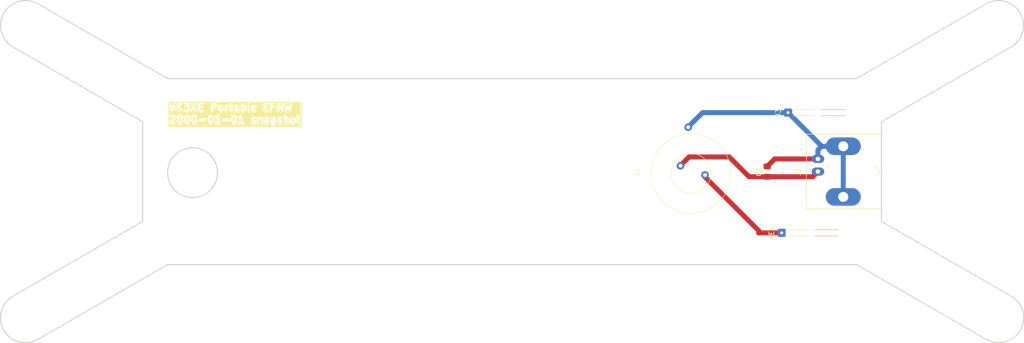
<source format=kicad_pcb>
(kicad_pcb (version 20240108) (generator "pcbnew") (generator_version "8.0")
  (title_block (title "Portable EFHW") (date "${date}") (rev "${version}") (company "VK3XE") (comment 1 "${git_hash}"))
  (layers (0 "F.Cu" signal) (31 "B.Cu" signal) (34 "B.Paste" user) (35 "F.Paste" user) (36 "B.SilkS" user "B.Silkscreen") (37 "F.SilkS" user "F.Silkscreen") (38 "B.Mask" user) (39 "F.Mask" user) (44 "Edge.Cuts" user))
  (property "date" "2000-01-01")
  (property "git_hash" "Git:snapshot")
  (property "version" "snapshot")
  (net 0 "")
  (net 1 "GND")
  (net 2 "/Antenna")
  (net 3 "/Coax Center")
  (footprint "ProjectLocal:FerriteCore" (layer "F.Cu") (at 173.99 97.155 -90)
    (property "Reference" "T1" (at 0 -0.5 -90) (layer "F.SilkS") (effects (font (thickness 0.1))))
    (property "Value" "~")
    (fp_circle (center 0.13 -11.4) (end 4.13 -11.4) (stroke (width 0.1)) (fill none) (layer "F.SilkS"))
    (fp_circle (center 0.13 -11.4) (end 8.13 -11.4) (stroke (width 0.1)) (fill none) (layer "F.SilkS"))
    (pad "1" thru_hole circle (at -9.15 -10.85 270) (size 1.524 1.524) (drill 0.762) (layers "*.Cu" "*.Mask") (net 1 "GND"))
    (pad "2" thru_hole circle (at -1.4 -9.29 270) (size 1.524 1.524) (drill 0.762) (layers "*.Cu" "*.Mask") (net 3 "/Coax Center"))
    (pad "3" thru_hole circle (at 0.45 -14.21 270) (size 1.524 1.524) (drill 0.762) (layers "*.Cu" "*.Mask") (net 2 "/Antenna"))
  )
  (footprint "Connector_Wire:SolderWire-0.1sqmm_1x01_D0.4mm_OD1mm_Relief2x" (layer "F.Cu") (at 204.845 85.09 90)
    (property "Reference" "J3" (at 0 -2 90) (layer "F.SilkS"))
    (property "Value" "Ground")
    (fp_line (start 0.61 6.61) (end 0.61 11.39) (stroke (width 0.12)) (layer "B.SilkS"))
    (fp_line (start -0.61 6.61) (end -0.61 11.39) (stroke (width 0.12)) (layer "B.SilkS"))
    (fp_line (start 0.61 1.06) (end 0.61 5.39) (stroke (width 0.12)) (layer "F.SilkS"))
    (fp_line (start -0.61 1.06) (end -0.61 5.39) (stroke (width 0.12)) (layer "F.SilkS"))
    (pad "" np_thru_hole circle (at 0 6 90) (size 1.5 1.5) (drill 1.5) (layers "*.Cu" "*.Mask"))
    (pad "" np_thru_hole circle (at 0 12 90) (size 1.5 1.5) (drill 1.5) (layers "*.Cu" "*.Mask"))
    (pad "1" thru_hole roundrect (at 0 0 90) (size 1.6 1.6) (drill 0.6) (layers "*.Cu" "*.Mask") (roundrect_rratio 0.15625) (net 1 "GND"))
  )
  (footprint "Capacitor_SMD:C_0805_2012Metric_Pad1.18x1.45mm_HandSolder" (layer "F.Cu") (at 200.66 96.92 90)
    (property "Reference" "C1" (at 0 -1.68 90) (layer "F.SilkS"))
    (property "Value" "100pF" (hide yes))
    (fp_line (start -0.261252 -0.735) (end 0.261252 -0.735) (stroke (width 0.12)) (layer "F.SilkS"))
    (fp_line (start -0.261252 0.735) (end 0.261252 0.735) (stroke (width 0.12)) (layer "F.SilkS"))
    (pad "1" smd roundrect (at -1.0375 0 90) (size 1.175 1.45) (layers "F.Cu" "F.Paste" "F.Mask") (roundrect_rratio 0.212766) (net 3 "/Coax Center"))
    (pad "2" smd roundrect (at 1.0375 0 90) (size 1.175 1.45) (layers "F.Cu" "F.Paste" "F.Mask") (roundrect_rratio 0.212766) (net 1 "GND"))
  )
  (footprint "Connector_Wire:SolderWire-0.1sqmm_1x01_D0.4mm_OD1mm_Relief2x" (layer "F.Cu") (at 203.55 109.22 90)
    (property "Reference" "AE1" (at 0 -2 90) (layer "F.SilkS"))
    (property "Value" "Antenna")
    (fp_line (start 0.61 6.61) (end 0.61 11.39) (stroke (width 0.12)) (layer "B.SilkS"))
    (fp_line (start -0.61 6.61) (end -0.61 11.39) (stroke (width 0.12)) (layer "B.SilkS"))
    (fp_line (start 0.61 1.06) (end 0.61 5.39) (stroke (width 0.12)) (layer "F.SilkS"))
    (fp_line (start -0.61 1.06) (end -0.61 5.39) (stroke (width 0.12)) (layer "F.SilkS"))
    (pad "" np_thru_hole circle (at 0 6 90) (size 1.5 1.5) (drill 1.5) (layers "*.Cu" "*.Mask"))
    (pad "" np_thru_hole circle (at 0 12 90) (size 1.5 1.5) (drill 1.5) (layers "*.Cu" "*.Mask"))
    (pad "1" thru_hole roundrect (at 0 0 90) (size 1.6 1.6) (drill 0.6) (layers "*.Cu" "*.Mask") (roundrect_rratio 0.15625) (net 2 "/Antenna"))
  )
  (footprint "Connector_Coaxial:BNC_Amphenol_B6252HB-NPP3G-50_Horizontal" (layer "F.Cu") (at 210.82 96.92 -90)
    (property "Reference" "J1" (at 0 4 90) (layer "F.SilkS"))
    (property "Value" "Conn_Coaxial" (hide yes))
    (fp_line (start -7.5 2.3) (end -7.5 -12.7) (stroke (width 0.12)) (layer "F.SilkS"))
    (fp_line (start 7.5 2.3) (end -7.5 2.3) (stroke (width 0.12)) (layer "F.SilkS"))
    (fp_line (start 0 -12.5) (end -1 -11.5) (stroke (width 0.12)) (layer "F.SilkS"))
    (fp_line (start 0 -12.5) (end 1 -11.5) (stroke (width 0.12)) (layer "F.SilkS"))
    (fp_line (start -7.5 -12.7) (end 7.5 -12.7) (stroke (width 0.12)) (layer "F.SilkS"))
    (fp_line (start 7.5 -12.7) (end 7.5 2.3) (stroke (width 0.12)) (layer "F.SilkS"))
    (pad "1" thru_hole oval (at 0 0 270) (size 1.6 2.5) (drill 0.89) (layers "*.Cu" "*.Mask") (net 3 "/Coax Center"))
    (pad "2" thru_hole oval (at -5.08 -5.08 270) (size 3.5 7) (drill 2.01) (layers "*.Cu" "*.Mask") (net 1 "GND"))
    (pad "2" thru_hole oval (at -2.54 0 270) (size 1.6 2.5) (drill 0.89) (layers "*.Cu" "*.Mask") (net 1 "GND"))
    (pad "2" thru_hole oval (at 5.08 -5.08 270) (size 3.5 7) (drill 2.01) (layers "*.Cu" "*.Mask") (net 1 "GND"))
  )
  (gr_line (start 54.529997 63.259744) (end 80.510762 78.259746) (stroke (width 0.2)) (layer "Edge.Cuts"))
  (gr_circle (center 85.510762 97.136393) (end 90.510762 97.136393) (stroke (width 0.2)) (fill none) (layer "Edge.Cuts"))
  (gr_line (start 75.510762 106.92) (end 75.510762 86.92) (stroke (width 0.2)) (layer "Edge.Cuts"))
  (gr_line (start 244.529988 130.580247) (end 218.549238 115.580254) (stroke (width 0.2)) (layer "Edge.Cuts"))
  (gr_line (start 80.510762 78.259746) (end 218.549238 78.259746) (stroke (width 0.2)) (layer "Edge.Cuts"))
  (gr_arc (start 49.529998 71.919999) (mid 47.699869 65.089871) (end 54.529997 63.259744) (stroke (width 0.2)) (layer "Edge.Cuts"))
  (gr_line (start 223.549238 86.92) (end 223.549238 106.92) (stroke (width 0.2)) (layer "Edge.Cuts"))
  (gr_line (start 75.510762 86.92) (end 49.529998 71.919999) (stroke (width 0.2)) (layer "Edge.Cuts"))
  (gr_arc (start 54.529999 130.580255) (mid 47.699875 128.750128) (end 49.53 121.92) (stroke (width 0.2)) (layer "Edge.Cuts"))
  (gr_line (start 223.549238 106.92) (end 249.529988 121.919993) (stroke (width 0.2)) (layer "Edge.Cuts"))
  (gr_arc (start 244.529988 63.259753) (mid 251.365557 65.099282) (end 249.511213 71.930847) (stroke (width 0.2)) (layer "Edge.Cuts"))
  (gr_line (start 218.549238 78.259746) (end 244.529988 63.259753) (stroke (width 0.2)) (layer "Edge.Cuts"))
  (gr_line (start 49.53 121.92) (end 75.510762 106.92) (stroke (width 0.2)) (layer "Edge.Cuts"))
  (gr_line (start 249.511213 71.930847) (end 223.549238 86.92) (stroke (width 0.2)) (layer "Edge.Cuts"))
  (gr_line (start 218.549238 115.580254) (end 80.510762 115.580254) (stroke (width 0.2)) (layer "Edge.Cuts"))
  (gr_arc (start 249.529988 121.919993) (mid 251.360107 128.750088) (end 244.530012 130.580206) (stroke (width 0.2)) (layer "Edge.Cuts"))
  (gr_line (start 80.510762 115.580254) (end 54.529999 130.580255) (stroke (width 0.2)) (layer "Edge.Cuts"))
  (gr_text "VK3XE Portable EFHW\n${date} ${version}" (at 80.645 83.185 0) (layer "F.SilkS" knockout) (effects (font (size 1.5 1.5) (thickness 0.3) (bold yes)) (justify left top)))
  (segment (start 202.1625 94.38) (end 210.82 94.38) (width 1) (layer "F.Cu") (net 1))
  (segment (start 200.66 95.8825) (end 202.1625 94.38) (width 1) (layer "F.Cu") (net 1))
  (segment (start 210.82 92.615) (end 211.595 91.84) (width 1) (layer "B.Cu") (net 1))
  (segment (start 187.7 85.09) (end 204.845 85.09) (width 1) (layer "B.Cu") (net 1))
  (segment (start 204.845 85.09) (end 211.595 91.84) (width 1) (layer "B.Cu") (net 1))
  (segment (start 184.6 88.19) (end 187.7 85.09) (width 1) (layer "B.Cu") (net 1))
  (segment (start 215.9 91.84) (end 215.9 102) (width 1) (layer "B.Cu") (net 1))
  (segment (start 211.595 91.84) (end 215.9 91.84) (width 1) (layer "B.Cu") (net 1))
  (segment (start 210.82 94.38) (end 210.82 92.615) (width 1) (layer "B.Cu") (net 1))
  (segment (start 198.944 109.22) (end 203.55 109.22) (width 1) (layer "F.Cu") (net 2))
  (segment (start 187.96 97.79) (end 198.944 108.774) (width 1) (layer "F.Cu") (net 2))
  (segment (start 198.944 108.774) (end 198.944 109.22) (width 1) (layer "F.Cu") (net 2))
  (segment (start 197.0175 97.9575) (end 193.04 93.98) (width 1) (layer "F.Cu") (net 3))
  (segment (start 209.7825 97.9575) (end 210.82 96.92) (width 1) (layer "F.Cu") (net 3))
  (segment (start 193.04 93.98) (end 185 93.98) (width 1) (layer "F.Cu") (net 3))
  (segment (start 185 93.98) (end 183.04 95.94) (width 1) (layer "F.Cu") (net 3))
  (segment (start 200.66 97.9575) (end 209.7825 97.9575) (width 1) (layer "F.Cu") (net 3))
  (segment (start 200.66 97.9575) (end 197.0175 97.9575) (width 1) (layer "F.Cu") (net 3))
)
</source>
